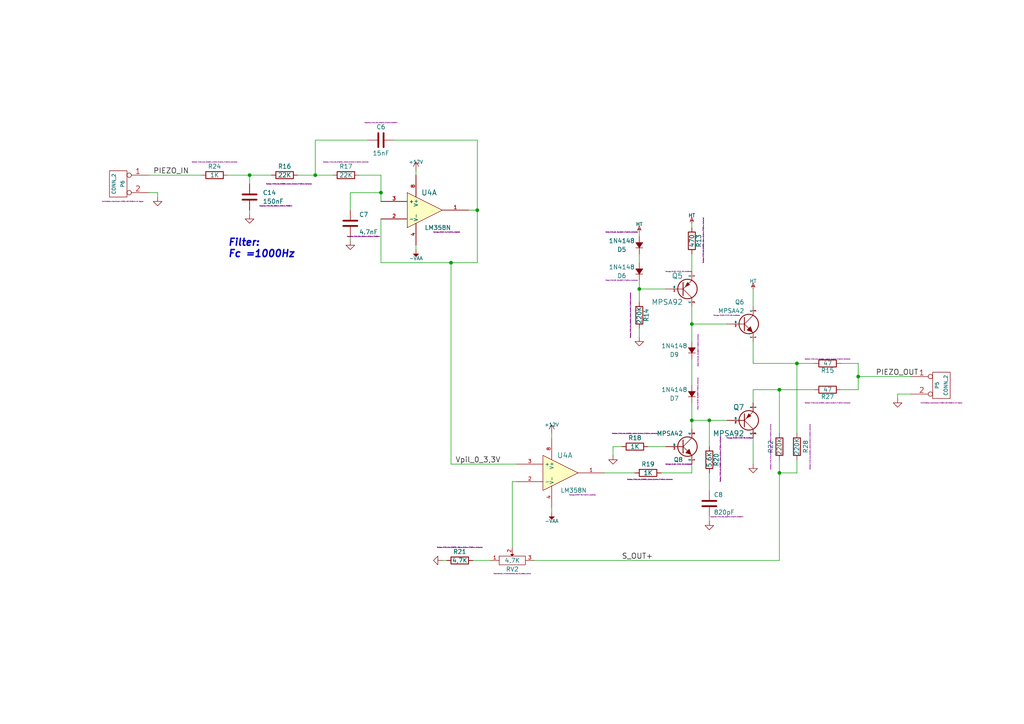
<source format=kicad_sch>
(kicad_sch (version 20200310) (host eeschema "(5.99.0-1545-g9916f24fa)")
  (page "A4")
  (title_block (title "Complex hierarchy: demo") (date "2017-01-15") (rev "1"))
  (lib_symbols
    (symbol "complex_hierarchy_schlib:+12V" (power) (pin_names (offset 0))
      (property "Value" "+12V" (at 0 3.556 0))
      (symbol "+12V_0_1"
        (polyline (pts (xy -0.762 1.27) (xy 0 2.54)))
        (polyline (pts (xy 0 0) (xy 0 2.54)))
        (polyline (pts (xy 0 2.54) (xy 0.762 1.27)))
      )
      (symbol "+12V_1_1"
        (pin power_in line (at 0 0 90) (length 0) (name "+12V") (number "1") hide)
      )
    )
    (symbol "complex_hierarchy_schlib:-VAA" (power) (pin_names (offset 0))
      (property "Value" "-VAA" (at 0 2.54 0))
      (symbol "-VAA_0_1"
        (polyline (pts (xy 0 0) (xy 0 1.27) (xy 0 1.27)))
        (polyline (pts (xy 0 2.032) (xy 0.762 1.27) (xy -0.508 1.27) (xy -0.762 1.27) (xy 0 2.032) (xy 0 2.032) (xy 0 2.032)) (fill (type outline)))
      )
      (symbol "-VAA_0_0"
        (pin power_in line (at 0 0 90) (length 0) (name "-VAA") (number "1") hide)
      )
    )
    (symbol "complex_hierarchy_schlib:C" (pin_numbers hide) (pin_names (offset 0.254))
      (property "Reference" "C" (at 0.635 2.54 0))
      (property "Value" "C" (at 0.635 -2.54 0))
      (symbol "C_0_1"
        (polyline (pts (xy -2.032 -0.762) (xy 2.032 -0.762)) (stroke (width 0.508)))
        (polyline (pts (xy -2.032 0.762) (xy 2.032 0.762)) (stroke (width 0.508)))
      )
      (symbol "C_1_1"
        (pin passive line (at 0 3.81 270) (length 2.794) (name "~") (number "1"))
        (pin passive line (at 0 -3.81 90) (length 2.794) (name "~") (number "2"))
      )
    )
    (symbol "complex_hierarchy_schlib:CONN_2" (pin_names hide)
      (property "Reference" "P" (at -1.27 0 90))
      (property "Value" "CONN_2" (at 1.27 0 90))
      (symbol "CONN_2_0_1"
        (rectangle (start -2.54 3.81) (end 2.54 -3.81))
      )
      (symbol "CONN_2_1_1"
        (pin passive inverted (at -8.89 2.54 0) (length 6.35) (name "P1") (number "1"))
        (pin passive inverted (at -8.89 -2.54 0) (length 6.35) (name "PM") (number "2"))
      )
    )
    (symbol "complex_hierarchy_schlib:D_Small" (pin_numbers hide) (pin_names (offset 0.254) hide)
      (property "Reference" "D" (at -1.27 2.032 0))
      (property "Value" "D_Small" (at -3.81 -2.032 0))
      (symbol "D_Small_0_1"
        (polyline (pts (xy -0.762 -1.016) (xy -0.762 1.016)))
        (polyline (pts (xy 0.762 -1.016) (xy -0.762 0) (xy 0.762 1.016) (xy 0.762 -1.016)) (fill (type outline)))
      )
      (symbol "D_Small_1_1"
        (pin passive line (at -2.54 0 0) (length 1.778) (name "K") (number "1"))
        (pin passive line (at 2.54 0 180) (length 1.778) (name "A") (number "2"))
      )
    )
    (symbol "complex_hierarchy_schlib:GND" (power) (pin_names (offset 0))
      (property "Value" "GND" (at 0 -3.1242 0))
      (symbol "GND_0_1"
        (polyline (pts (xy 0 0) (xy 0 -1.27) (xy 1.27 -1.27) (xy 0 -2.54) (xy -1.27 -1.27) (xy 0 -1.27)))
      )
      (symbol "GND_1_1"
        (pin power_in line (at 0 0 270) (length 0) (name "GND") (number "1") hide)
      )
    )
    (symbol "complex_hierarchy_schlib:HT" (power) (pin_names (offset 0))
      (property "Value" "HT" (at 0 2.286 0))
      (symbol "HT_0_1"
        (polyline (pts (xy 0 0) (xy 0 1.016) (xy 0 1.016)))
        (polyline (pts (xy 0 1.016) (xy 0.508 0.508) (xy 0 1.778) (xy -0.508 0.508) (xy 0 1.016) (xy 0 1.016)))
      )
      (symbol "HT_0_0"
        (pin power_in line (at 0 0 90) (length 0) (name "HT") (number "1") hide)
      )
    )
    (symbol "complex_hierarchy_schlib:LM358N" (pin_names (offset 0.508))
      (property "Reference" "U" (at -1.27 5.08 0))
      (property "Value" "LM358N" (at -1.27 -6.35 0))
      (symbol "LM358N_0_1"
        (polyline (pts (xy -5.08 5.08) (xy 5.08 0) (xy -5.08 -5.08) (xy -5.08 5.08)) (fill (type background)))
        (pin power_in line (at -2.54 -10.16 90) (length 6.35) (name "V-") (number "4"))
        (pin power_in line (at -2.54 10.16 270) (length 6.35) (name "V+") (number "8"))
      )
      (symbol "LM358N_1_1"
        (pin output line (at 12.7 0 180) (length 7.62) (name "~") (number "1"))
        (pin input line (at -12.7 -2.54 0) (length 7.62) (name "-") (number "2"))
        (pin input line (at -12.7 2.54 0) (length 7.62) (name "+") (number "3"))
      )
      (symbol "LM358N_2_1"
        (pin input line (at -12.7 2.54 0) (length 7.62) (name "+") (number "5"))
        (pin input line (at -12.7 -2.54 0) (length 7.62) (name "-") (number "6"))
        (pin output line (at 12.7 0 180) (length 7.62) (name "~") (number "7"))
      )
    )
    (symbol "complex_hierarchy_schlib:MPSA42" (pin_names (offset 0))
      (property "Reference" "Q" (at 3.81 -3.81 0))
      (property "Value" "MPSA42" (at 3.81 3.81 0))
      (symbol "MPSA42_0_1"
        (circle (center 1.27 0) (radius 2.8194) (stroke (width 0.254)))
        (polyline (pts (xy 0 0) (xy 2.54 2.54)))
        (polyline (pts (xy 0 1.905) (xy 0 -1.905) (xy 0 -1.905)) (stroke (width 0.254)))
        (polyline (pts (xy 1.27 -1.27) (xy 0 0) (xy 0 0)))
        (polyline (pts (xy 2.286 -2.286) (xy 2.54 -2.54) (xy 2.54 -2.54)))
        (polyline (pts (xy 2.286 -2.286) (xy 1.778 -0.762) (xy 0.762 -1.778) (xy 2.286 -2.286) (xy 2.286 -2.286)) (fill (type outline)))
      )
      (symbol "MPSA42_1_1"
        (pin passive line (at 2.54 -5.08 90) (length 2.54) (name "E") (number "1"))
        (pin input line (at -5.08 0 0) (length 5.08) (name "B") (number "2"))
        (pin passive line (at 2.54 5.08 270) (length 2.54) (name "C") (number "3"))
      )
    )
    (symbol "complex_hierarchy_schlib:MPSA92" (pin_names (offset 0))
      (property "Reference" "Q" (at 3.81 -3.81 0))
      (property "Value" "MPSA92" (at 3.81 3.81 0))
      (symbol "MPSA92_0_1"
        (circle (center 1.27 0) (radius 2.8194) (stroke (width 0.254)))
        (polyline (pts (xy 0 0) (xy 2.54 2.54)))
        (polyline (pts (xy 0 1.905) (xy 0 -1.905) (xy 0 -1.905)) (stroke (width 0.254)) (fill (type outline)))
        (polyline (pts (xy 0.635 -0.635) (xy 0 0) (xy 0 0)))
        (polyline (pts (xy 2.54 -2.54) (xy 1.651 -1.651) (xy 1.651 -1.651)))
        (polyline (pts (xy 0.635 -0.635) (xy 1.27 -1.905) (xy 1.905 -1.27) (xy 0.635 -0.635) (xy 0.635 -0.635)) (fill (type outline)))
      )
      (symbol "MPSA92_1_1"
        (pin passive line (at 2.54 -5.08 90) (length 2.54) (name "E") (number "1"))
        (pin input line (at -5.08 0 0) (length 5.08) (name "B") (number "2"))
        (pin passive line (at 2.54 5.08 270) (length 2.54) (name "C") (number "3"))
      )
    )
    (symbol "complex_hierarchy_schlib:POT" (pin_names hide)
      (property "Reference" "RV" (at 0 -2.54 0))
      (property "Value" "POT" (at 0 0 0))
      (symbol "POT_0_1"
        (rectangle (start -3.81 1.27) (end 3.81 -1.27))
        (polyline (pts (xy 0 1.27) (xy -0.508 1.778) (xy 0.508 1.778)) (fill (type outline)))
      )
      (symbol "POT_1_1"
        (pin passive line (at -6.35 0 0) (length 2.54) (name "1") (number "1"))
        (pin passive line (at 0 3.81 270) (length 2.032) (name "2") (number "2"))
        (pin passive line (at 6.35 0 180) (length 2.54) (name "3") (number "3"))
      )
    )
    (symbol "complex_hierarchy_schlib:R" (pin_numbers hide) (pin_names (offset 0))
      (property "Reference" "R" (at 2.032 0 90))
      (property "Value" "R" (at 0 0 90))
      (symbol "R_0_1"
        (rectangle (start -1.016 -2.54) (end 1.016 2.54) (stroke (width 0.254)))
      )
      (symbol "R_1_1"
        (pin passive line (at 0 3.81 270) (length 1.27) (name "~") (number "1"))
        (pin passive line (at 0 -3.81 90) (length 1.27) (name "~") (number "2"))
      )
    )
  )
  (junction (at 200.66 93.98))
  (junction (at 185.42 83.82))
  (junction (at 91.44 50.8))
  (junction (at 226.06 137.16))
  (junction (at 226.06 113.03))
  (junction (at 200.66 121.92))
  (junction (at 138.43 60.96))
  (junction (at 72.39 50.8))
  (junction (at 110.49 55.88))
  (junction (at 231.14 105.41))
  (junction (at 248.92 109.22))
  (junction (at 205.74 121.92))
  (junction (at 130.81 76.2))
  (wire (pts (xy 43.18 55.88) (xy 45.72 55.88)))
  (wire (pts (xy 45.72 55.88) (xy 45.72 57.15)))
  (wire (pts (xy 58.42 50.8) (xy 43.18 50.8)))
  (wire (pts (xy 66.04 50.8) (xy 72.39 50.8)))
  (wire (pts (xy 72.39 50.8) (xy 78.74 50.8)))
  (wire (pts (xy 72.39 53.34) (xy 72.39 50.8)))
  (wire (pts (xy 72.39 62.23) (xy 72.39 60.96)))
  (wire (pts (xy 86.36 50.8) (xy 91.44 50.8)))
  (wire (pts (xy 91.44 40.64) (xy 91.44 50.8)))
  (wire (pts (xy 91.44 50.8) (xy 96.52 50.8)))
  (wire (pts (xy 101.6 55.88) (xy 101.6 60.96)))
  (wire (pts (xy 101.6 69.85) (xy 101.6 68.58)))
  (wire (pts (xy 106.68 40.64) (xy 91.44 40.64)))
  (wire (pts (xy 110.49 50.8) (xy 104.14 50.8)))
  (wire (pts (xy 110.49 50.8) (xy 110.49 55.88)))
  (wire (pts (xy 110.49 55.88) (xy 101.6 55.88)))
  (wire (pts (xy 110.49 55.88) (xy 110.49 58.42)))
  (wire (pts (xy 110.49 63.5) (xy 110.49 76.2)))
  (wire (pts (xy 110.49 76.2) (xy 130.81 76.2)))
  (wire (pts (xy 120.65 49.53) (xy 120.65 50.8)))
  (wire (pts (xy 120.65 72.39) (xy 120.65 71.12)))
  (wire (pts (xy 128.27 162.56) (xy 129.54 162.56)))
  (wire (pts (xy 130.81 76.2) (xy 138.43 76.2)))
  (wire (pts (xy 130.81 134.62) (xy 130.81 76.2)))
  (wire (pts (xy 135.89 60.96) (xy 138.43 60.96)))
  (wire (pts (xy 137.16 162.56) (xy 142.24 162.56)))
  (wire (pts (xy 138.43 40.64) (xy 114.3 40.64)))
  (wire (pts (xy 138.43 60.96) (xy 138.43 40.64)))
  (wire (pts (xy 138.43 76.2) (xy 138.43 60.96)))
  (wire (pts (xy 148.59 139.7) (xy 149.86 139.7)))
  (wire (pts (xy 148.59 158.75) (xy 148.59 139.7)))
  (wire (pts (xy 149.86 134.62) (xy 130.81 134.62)))
  (wire (pts (xy 160.02 125.73) (xy 160.02 127)))
  (wire (pts (xy 160.02 148.59) (xy 160.02 147.32)))
  (wire (pts (xy 175.26 137.16) (xy 184.15 137.16)))
  (wire (pts (xy 177.8 129.54) (xy 177.8 132.08)))
  (wire (pts (xy 180.34 129.54) (xy 177.8 129.54)))
  (wire (pts (xy 185.42 68.58) (xy 185.42 67.31)))
  (wire (pts (xy 185.42 76.2) (xy 185.42 73.66)))
  (wire (pts (xy 185.42 81.28) (xy 185.42 83.82)))
  (wire (pts (xy 185.42 83.82) (xy 185.42 87.63)))
  (wire (pts (xy 185.42 95.25) (xy 185.42 97.79)))
  (wire (pts (xy 187.96 129.54) (xy 193.04 129.54)))
  (wire (pts (xy 193.04 83.82) (xy 185.42 83.82)))
  (wire (pts (xy 200.66 64.77) (xy 200.66 66.04)))
  (wire (pts (xy 200.66 73.66) (xy 200.66 78.74)))
  (wire (pts (xy 200.66 88.9) (xy 200.66 93.98)))
  (wire (pts (xy 200.66 93.98) (xy 200.66 99.06)))
  (wire (pts (xy 200.66 104.14) (xy 200.66 111.76)))
  (wire (pts (xy 200.66 116.84) (xy 200.66 121.92)))
  (wire (pts (xy 200.66 121.92) (xy 200.66 124.46)))
  (wire (pts (xy 200.66 121.92) (xy 205.74 121.92)))
  (wire (pts (xy 200.66 134.62) (xy 200.66 137.16)))
  (wire (pts (xy 200.66 137.16) (xy 191.77 137.16)))
  (wire (pts (xy 205.74 121.92) (xy 205.74 129.54)))
  (wire (pts (xy 205.74 121.92) (xy 210.82 121.92)))
  (wire (pts (xy 205.74 137.16) (xy 205.74 142.24)))
  (wire (pts (xy 205.74 149.86) (xy 205.74 151.13)))
  (wire (pts (xy 210.82 93.98) (xy 200.66 93.98)))
  (wire (pts (xy 218.44 83.82) (xy 218.44 88.9)))
  (wire (pts (xy 218.44 105.41) (xy 218.44 99.06)))
  (wire (pts (xy 218.44 105.41) (xy 231.14 105.41)))
  (wire (pts (xy 218.44 113.03) (xy 218.44 116.84)))
  (wire (pts (xy 218.44 113.03) (xy 226.06 113.03)))
  (wire (pts (xy 218.44 127) (xy 218.44 134.62)))
  (wire (pts (xy 226.06 113.03) (xy 226.06 125.73)))
  (wire (pts (xy 226.06 113.03) (xy 236.22 113.03)))
  (wire (pts (xy 226.06 133.35) (xy 226.06 137.16)))
  (wire (pts (xy 226.06 137.16) (xy 226.06 162.56)))
  (wire (pts (xy 226.06 137.16) (xy 231.14 137.16)))
  (wire (pts (xy 226.06 162.56) (xy 154.94 162.56)))
  (wire (pts (xy 231.14 105.41) (xy 236.22 105.41)))
  (wire (pts (xy 231.14 125.73) (xy 231.14 105.41)))
  (wire (pts (xy 231.14 137.16) (xy 231.14 133.35)))
  (wire (pts (xy 248.92 105.41) (xy 243.84 105.41)))
  (wire (pts (xy 248.92 105.41) (xy 248.92 109.22)))
  (wire (pts (xy 248.92 109.22) (xy 248.92 113.03)))
  (wire (pts (xy 248.92 109.22) (xy 264.16 109.22)))
  (wire (pts (xy 248.92 113.03) (xy 243.84 113.03)))
  (wire (pts (xy 260.35 114.3) (xy 260.35 115.57)))
  (wire (pts (xy 264.16 114.3) (xy 260.35 114.3)))
  (text "Filter:\nFc =1000Hz" (at 66.04 74.93 0) (effects (font (size 2.032 2.032) (thickness 0.4064) bold italic) (justify left bottom)))
  (label "PIEZO_IN" (at 44.45 50.8 0) (effects (font (size 1.524 1.524))))
  (label "Vpil_0_3,3V" (at 132.08 134.62 0) (effects (font (size 1.524 1.524))))
  (label "S_OUT+" (at 180.34 162.56 0) (effects (font (size 1.524 1.524))))
  (label "PIEZO_OUT" (at 254 109.22 0) (effects (font (size 1.524 1.524))))
  (symbol (lib_id "complex_hierarchy_schlib:HT") (at 185.42 67.31 0)
    (property "Reference" "#PWR031" (effects hide))
    (property "Value" "HT" (at 185.42 65.024 0) (effects (font (size 1.016 1.016))))
  )
  (symbol (lib_id "complex_hierarchy_schlib:HT") (at 200.66 64.77 0)
    (property "Reference" "#PWR032" (effects hide))
    (property "Value" "HT" (at 200.66 62.484 0) (effects (font (size 1.016 1.016))))
  )
  (symbol (lib_id "complex_hierarchy_schlib:HT") (at 218.44 83.82 0)
    (property "Reference" "#PWR033" (effects hide))
    (property "Value" "HT" (at 218.44 81.534 0) (effects (font (size 1.016 1.016))))
  )
  (symbol (lib_id "complex_hierarchy_schlib:-VAA") (at 120.65 72.39 180)
    (property "Reference" "#PWR022" (effects hide))
    (property "Value" "-VAA" (at 120.65 74.93 0) (effects (font (size 1.016 1.016))))
  )
  (symbol (lib_id "complex_hierarchy_schlib:-VAA") (at 160.02 148.59 180)
    (property "Reference" "#PWR021" (effects hide))
    (property "Value" "-VAA" (at 160.02 151.13 0) (effects (font (size 1.016 1.016))))
  )
  (symbol (lib_id "complex_hierarchy_schlib:+12V") (at 120.65 49.53 0)
    (property "Reference" "#U034" (effects hide))
    (property "Value" "+12V" (at 120.65 46.99 0) (effects (font (size 1.016 1.016))))
  )
  (symbol (lib_id "complex_hierarchy_schlib:+12V") (at 160.02 125.73 0)
    (property "Reference" "#U026" (effects hide))
    (property "Value" "+12V" (at 160.02 123.19 0) (effects (font (size 1.016 1.016))))
  )
  (symbol (lib_id "complex_hierarchy_schlib:GND") (at 45.72 57.15 0)
    (property "Reference" "#PWR027" (effects hide))
    (property "Value" "GND" (effects hide))
  )
  (symbol (lib_id "complex_hierarchy_schlib:GND") (at 72.39 62.23 0)
    (property "Reference" "#PWR020" (effects hide))
    (property "Value" "GND" (effects hide))
  )
  (symbol (lib_id "complex_hierarchy_schlib:GND") (at 101.6 69.85 0)
    (property "Reference" "#PWR028" (effects hide))
    (property "Value" "GND" (effects hide))
  )
  (symbol (lib_id "complex_hierarchy_schlib:GND") (at 128.27 162.56 270)
    (property "Reference" "#PWR030" (effects hide))
    (property "Value" "GND" (effects hide))
  )
  (symbol (lib_id "complex_hierarchy_schlib:GND") (at 177.8 132.08 0)
    (property "Reference" "#PWR024" (effects hide))
    (property "Value" "GND" (effects hide))
  )
  (symbol (lib_id "complex_hierarchy_schlib:GND") (at 185.42 97.79 0)
    (property "Reference" "#PWR025" (effects hide))
    (property "Value" "GND" (effects hide))
  )
  (symbol (lib_id "complex_hierarchy_schlib:GND") (at 205.74 151.13 0)
    (property "Reference" "#PWR019" (effects hide))
    (property "Value" "GND" (effects hide))
  )
  (symbol (lib_id "complex_hierarchy_schlib:GND") (at 218.44 134.62 0)
    (property "Reference" "#PWR023" (effects hide))
    (property "Value" "GND" (effects hide))
  )
  (symbol (lib_id "complex_hierarchy_schlib:GND") (at 260.35 115.57 0)
    (property "Reference" "#PWR029" (effects hide))
    (property "Value" "GND" (effects hide))
  )
  (symbol (lib_id "complex_hierarchy_schlib:D_Small") (at 185.42 71.12 90)
    (property "Reference" "D5" (at 180.34 72.39 90))
    (property "Value" "1N4148" (at 180.34 69.85 90))
    (property "Footprint" "Diode_THT:D_DO-35_SOD27_P7.62mm_Horizontal" (at 180.34 67.31 90) (effects (font (size 0.254 0.254))))
  )
  (symbol (lib_id "complex_hierarchy_schlib:D_Small") (at 185.42 78.74 90)
    (property "Reference" "D6" (at 180.34 80.01 90))
    (property "Value" "1N4148" (at 180.34 77.47 90))
    (property "Footprint" "Diode_THT:D_DO-35_SOD27_P7.62mm_Horizontal" (at 180.34 81.28 90) (effects (font (size 0.254 0.254))))
  )
  (symbol (lib_id "complex_hierarchy_schlib:D_Small") (at 200.66 101.6 90)
    (property "Reference" "D9" (at 195.58 102.87 90))
    (property "Value" "1N4148" (at 195.58 100.33 90))
    (property "Footprint" "Diode_THT:D_DO-35_SOD27_P7.62mm_Horizontal" (at 202.4634 101.5746 0) (effects (font (size 0.254 0.254))))
  )
  (symbol (lib_id "complex_hierarchy_schlib:D_Small") (at 200.66 114.3 90)
    (property "Reference" "D7" (at 195.58 115.57 90))
    (property "Value" "1N4148" (at 195.58 113.03 90))
    (property "Footprint" "Diode_THT:D_DO-35_SOD27_P7.62mm_Horizontal" (at 202.3872 114.1476 0) (effects (font (size 0.254 0.254))))
  )
  (symbol (lib_id "complex_hierarchy_schlib:R") (at 62.23 50.8 270)
    (property "Reference" "R24" (at 62.23 48.26 90))
    (property "Value" "1K" (at 62.23 50.8 90))
    (property "Footprint" "Resistor_THT:R_Axial_DIN0204_L3.6mm_D1.6mm_P7.62mm_Horizontal" (at 62.23 46.99 90) (effects (font (size 0.254 0.254))))
  )
  (symbol (lib_id "complex_hierarchy_schlib:R") (at 82.55 50.8 270)
    (property "Reference" "R16" (at 82.55 48.26 90))
    (property "Value" "22K" (at 82.55 50.8 90))
    (property "Footprint" "Resistor_THT:R_Axial_DIN0204_L3.6mm_D1.6mm_P7.62mm_Horizontal" (at 83.82 53.34 90) (effects (font (size 0.254 0.254))))
  )
  (symbol (lib_id "complex_hierarchy_schlib:R") (at 100.33 50.8 270)
    (property "Reference" "R17" (at 100.33 48.26 90))
    (property "Value" "22K" (at 100.33 50.8 90))
    (property "Footprint" "Resistor_THT:R_Axial_DIN0204_L3.6mm_D1.6mm_P7.62mm_Horizontal" (at 100.33 46.99 90) (effects (font (size 0.254 0.254))))
  )
  (symbol (lib_id "complex_hierarchy_schlib:R") (at 133.35 162.56 270)
    (property "Reference" "R21" (at 133.35 160.02 90))
    (property "Value" "4,7K" (at 133.35 162.56 90))
    (property "Footprint" "Resistor_THT:R_Axial_DIN0204_L3.6mm_D1.6mm_P7.62mm_Horizontal" (at 133.35 158.75 90) (effects (font (size 0.254 0.254))))
  )
  (symbol (lib_id "complex_hierarchy_schlib:R") (at 184.15 129.54 270)
    (property "Reference" "R18" (at 184.15 127 90))
    (property "Value" "1K" (at 184.15 129.54 90))
    (property "Footprint" "Resistor_THT:R_Axial_DIN0204_L3.6mm_D1.6mm_P7.62mm_Horizontal" (at 184.15 125.73 90) (effects (font (size 0.254 0.254))))
  )
  (symbol (lib_id "complex_hierarchy_schlib:R") (at 185.42 91.44 0)
    (property "Reference" "R14" (at 187.452 91.44 90))
    (property "Value" "220K" (at 185.42 91.44 90))
    (property "Footprint" "Resistor_THT:R_Axial_DIN0204_L3.6mm_D1.6mm_P7.62mm_Horizontal" (at 182.88 91.44 90) (effects (font (size 0.254 0.254))))
  )
  (symbol (lib_id "complex_hierarchy_schlib:R") (at 187.96 137.16 270)
    (property "Reference" "R19" (at 187.96 134.62 90))
    (property "Value" "1K" (at 187.96 137.16 90))
    (property "Footprint" "Resistor_THT:R_Axial_DIN0204_L3.6mm_D1.6mm_P7.62mm_Horizontal" (at 188.5188 139.065 90) (effects (font (size 0.254 0.254))))
  )
  (symbol (lib_id "complex_hierarchy_schlib:R") (at 200.66 69.85 0)
    (property "Reference" "R13" (at 202.692 69.85 90))
    (property "Value" "470" (at 200.66 69.85 90))
    (property "Footprint" "Resistor_THT:R_Axial_DIN0204_L3.6mm_D1.6mm_P7.62mm_Horizontal" (at 203.9874 69.6468 90) (effects (font (size 0.254 0.254))))
  )
  (symbol (lib_id "complex_hierarchy_schlib:R") (at 205.74 133.35 0)
    (property "Reference" "R20" (at 207.772 133.35 90))
    (property "Value" "5,6K" (at 205.74 133.35 90))
    (property "Footprint" "Resistor_THT:R_Axial_DIN0204_L3.6mm_D1.6mm_P7.62mm_Horizontal" (at 208.9404 133.1214 90) (effects (font (size 0.254 0.254))))
  )
  (symbol (lib_id "complex_hierarchy_schlib:R") (at 226.06 129.54 180)
    (property "Reference" "R22" (at 223.52 129.54 90))
    (property "Value" "220K" (at 226.06 129.54 90))
    (property "Footprint" "Resistor_THT:R_Axial_DIN0204_L3.6mm_D1.6mm_P7.62mm_Horizontal" (at 223.52 129.54 90) (effects (font (size 0.254 0.254))))
  )
  (symbol (lib_id "complex_hierarchy_schlib:R") (at 231.14 129.54 180)
    (property "Reference" "R28" (at 233.68 129.54 90))
    (property "Value" "220K" (at 231.14 129.54 90))
    (property "Footprint" "Resistor_THT:R_Axial_DIN0204_L3.6mm_D1.6mm_P7.62mm_Horizontal" (at 234.95 129.54 90) (effects (font (size 0.254 0.254))))
  )
  (symbol (lib_id "complex_hierarchy_schlib:R") (at 240.03 105.41 270)
    (property "Reference" "R15" (at 240.03 107.442 90))
    (property "Value" "47" (at 240.03 105.41 90))
    (property "Footprint" "Resistor_THT:R_Axial_DIN0204_L3.6mm_D1.6mm_P7.62mm_Horizontal" (at 240.03 104.14 90) (effects (font (size 0.254 0.254))))
  )
  (symbol (lib_id "complex_hierarchy_schlib:R") (at 240.03 113.03 270)
    (property "Reference" "R27" (at 240.03 115.062 90))
    (property "Value" "47" (at 240.03 113.03 90))
    (property "Footprint" "Resistor_THT:R_Axial_DIN0204_L3.6mm_D1.6mm_P7.62mm_Horizontal" (at 240.03 116.84 90) (effects (font (size 0.254 0.254))))
  )
  (symbol (lib_id "complex_hierarchy_schlib:C") (at 72.39 57.15 0)
    (property "Reference" "C14" (at 76.2 55.88 0) (effects (justify left)))
    (property "Value" "150nF" (at 76.2 58.42 0) (effects (justify left)))
    (property "Footprint" "Capacitor_THT:C_Disc_D5.0mm_W2.5mm_P5.00mm" (at 80.01 59.69 0) (effects (font (size 0.254 0.254))))
  )
  (symbol (lib_id "complex_hierarchy_schlib:C") (at 101.6 64.77 0)
    (property "Reference" "C7" (at 104.14 62.23 0) (effects (justify left)))
    (property "Value" "4.7nF" (at 104.14 67.31 0) (effects (justify left)))
    (property "Footprint" "Capacitor_THT:C_Disc_D5.0mm_W2.5mm_P5.00mm" (at 105.41 68.58 0) (effects (font (size 0.254 0.254))))
  )
  (symbol (lib_id "complex_hierarchy_schlib:C") (at 110.49 40.64 270)
    (property "Reference" "C6" (at 110.49 36.83 90))
    (property "Value" "15nF" (at 110.49 44.45 90))
    (property "Footprint" "Capacitor_THT:C_Disc_D5.0mm_W2.5mm_P5.00mm" (at 110.49 35.56 90) (effects (font (size 0.254 0.254))))
  )
  (symbol (lib_id "complex_hierarchy_schlib:C") (at 205.74 146.05 0)
    (property "Reference" "C8" (at 207.01 143.51 0) (effects (justify left)))
    (property "Value" "820pF" (at 207.01 148.59 0) (effects (justify left)))
    (property "Footprint" "Capacitor_THT:C_Disc_D5.0mm_W2.5mm_P5.00mm" (at 210.82 149.86 0) (effects (font (size 0.254 0.254))))
  )
  (symbol (lib_id "complex_hierarchy_schlib:POT") (at 148.59 162.56 0)
    (property "Reference" "RV2" (at 148.59 165.1 0))
    (property "Value" "4,7K" (at 148.59 162.56 0))
    (property "Footprint" "Potentiometer_THT:Potentiometer_Bourns_3266W_Vertical" (at 148.59 166.37 0) (effects (font (size 0.254 0.254))))
  )
  (symbol (lib_id "complex_hierarchy_schlib:CONN_2") (at 34.29 53.34 0) (mirror y)
    (property "Reference" "P6" (at 35.56 53.34 90) (effects (font (size 1.016 1.016))))
    (property "Value" "CONN_2" (at 33.02 53.34 90) (effects (font (size 1.016 1.016))))
    (property "Footprint" "TerminalBlock_Altech:Altech_AK300_1x02_P5.00mm_45-Degree" (at 35.56 58.42 0) (effects (font (size 0.254 0.254))))
  )
  (symbol (lib_id "complex_hierarchy_schlib:CONN_2") (at 273.05 111.76 0)
    (property "Reference" "P5" (at 271.78 111.76 90) (effects (font (size 1.016 1.016))))
    (property "Value" "CONN_2" (at 274.32 111.76 90) (effects (font (size 1.016 1.016))))
    (property "Footprint" "TerminalBlock_Altech:Altech_AK300_1x02_P5.00mm_45-Degree" (at 273.05 116.84 0) (effects (font (size 0.254 0.254))))
  )
  (symbol (lib_id "complex_hierarchy_schlib:MPSA92") (at 198.12 83.82 0) (mirror x)
    (property "Reference" "Q5" (at 198.12 80.01 0) (effects (font (size 1.524 1.524)) (justify right)))
    (property "Value" "MPSA92" (at 198.12 87.63 0) (effects (font (size 1.524 1.524)) (justify right)))
    (property "Footprint" "Package_TO_SOT_THT:TO-92_HandSolder" (at 196.85 78.74 0) (effects (font (size 0.254 0.254))))
  )
  (symbol (lib_id "complex_hierarchy_schlib:MPSA42") (at 198.12 129.54 0)
    (property "Reference" "Q8" (at 198.12 133.35 0) (effects (justify right)))
    (property "Value" "MPSA42" (at 198.12 125.73 0) (effects (justify right)))
    (property "Footprint" "Package_TO_SOT_THT:TO-92_HandSolder" (at 196.85 134.62 0) (effects (font (size 0.254 0.254))))
  )
  (symbol (lib_id "complex_hierarchy_schlib:MPSA42") (at 215.9 93.98 0)
    (property "Reference" "Q6" (at 215.9 87.63 0) (effects (justify right)))
    (property "Value" "MPSA42" (at 215.9 90.17 0) (effects (justify right)))
    (property "Footprint" "Package_TO_SOT_THT:TO-92_HandSolder" (at 210.82 91.44 0) (effects (font (size 0.254 0.254))))
  )
  (symbol (lib_id "complex_hierarchy_schlib:MPSA92") (at 215.9 121.92 0) (mirror x)
    (property "Reference" "Q7" (at 215.9 118.11 0) (effects (font (size 1.524 1.524)) (justify right)))
    (property "Value" "MPSA92" (at 215.9 125.73 0) (effects (font (size 1.524 1.524)) (justify right)))
    (property "Footprint" "Package_TO_SOT_THT:TO-92_HandSolder" (at 214.63 127 0) (effects (font (size 0.254 0.254))))
  )
  (symbol (lib_id "complex_hierarchy_schlib:LM358N") (at 123.19 60.96 0)
    (property "Reference" "U4" (at 124.46 55.88 0) (effects (font (size 1.524 1.524))))
    (property "Value" "LM358N" (at 127 66.04 0))
    (property "Footprint" "Package_DIP:DIP-8_W7.62mm_LongPads" (at 129.54 67.31 0) (effects (font (size 0.254 0.254))))
  )
  (symbol (lib_id "complex_hierarchy_schlib:LM358N") (at 162.56 137.16 0)
    (property "Reference" "U4" (at 163.83 132.08 0) (effects (font (size 1.524 1.524))))
    (property "Value" "LM358N" (at 166.37 142.24 0))
    (property "Footprint" "Package_DIP:DIP-8_W7.62mm_LongPads" (at 168.91 143.51 0) (effects (font (size 0.254 0.254))))
  )
)
</source>
